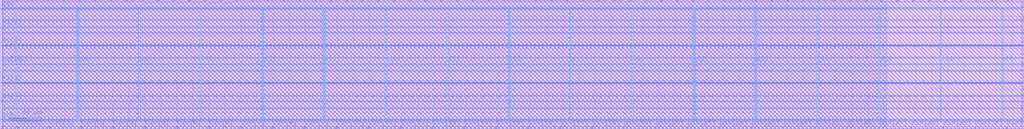
<source format=lef>
VERSION 5.7 ;
  NOWIREEXTENSIONATPIN ON ;
  DIVIDERCHAR "/" ;
  BUSBITCHARS "[]" ;
MACRO RAM32_1RW1R
  CLASS BLOCK ;
  FOREIGN RAM32_1RW1R ;
  ORIGIN 0.000 0.000 ;
  SIZE 1274.560 BY 160.720 ;
  PIN A0[0]
    DIRECTION INPUT ;
    USE SIGNAL ;
    PORT
      LAYER Metal3 ;
        RECT 1272.560 87.920 1274.560 88.480 ;
    END
  END A0[0]
  PIN A0[1]
    DIRECTION INPUT ;
    USE SIGNAL ;
    PORT
      LAYER Metal3 ;
        RECT 1272.560 103.600 1274.560 104.160 ;
    END
  END A0[1]
  PIN A0[2]
    DIRECTION INPUT ;
    USE SIGNAL ;
    PORT
      LAYER Metal3 ;
        RECT 1272.560 119.280 1274.560 119.840 ;
    END
  END A0[2]
  PIN A0[3]
    DIRECTION INPUT ;
    USE SIGNAL ;
    PORT
      LAYER Metal3 ;
        RECT 1272.560 134.960 1274.560 135.520 ;
    END
  END A0[3]
  PIN A0[4]
    DIRECTION INPUT ;
    USE SIGNAL ;
    PORT
      LAYER Metal3 ;
        RECT 1272.560 150.640 1274.560 151.200 ;
    END
  END A0[4]
  PIN A1[0]
    DIRECTION INPUT ;
    USE SIGNAL ;
    PORT
      LAYER Metal3 ;
        RECT 0.000 34.160 2.000 34.720 ;
    END
  END A1[0]
  PIN A1[1]
    DIRECTION INPUT ;
    USE SIGNAL ;
    PORT
      LAYER Metal3 ;
        RECT 0.000 57.120 2.000 57.680 ;
    END
  END A1[1]
  PIN A1[2]
    DIRECTION INPUT ;
    USE SIGNAL ;
    PORT
      LAYER Metal3 ;
        RECT 0.000 80.080 2.000 80.640 ;
    END
  END A1[2]
  PIN A1[3]
    DIRECTION INPUT ;
    USE SIGNAL ;
    PORT
      LAYER Metal3 ;
        RECT 0.000 103.040 2.000 103.600 ;
    END
  END A1[3]
  PIN A1[4]
    DIRECTION INPUT ;
    USE SIGNAL ;
    PORT
      LAYER Metal3 ;
        RECT 0.000 126.000 2.000 126.560 ;
    END
  END A1[4]
  PIN CLK
    DIRECTION INPUT ;
    USE SIGNAL ;
    PORT
      LAYER Metal3 ;
        RECT 0.000 11.200 2.000 11.760 ;
    END
  END CLK
  PIN Di0[0]
    DIRECTION INPUT ;
    USE SIGNAL ;
    PORT
      LAYER Metal2 ;
        RECT 20.720 0.000 21.280 2.000 ;
    END
  END Di0[0]
  PIN Di0[10]
    DIRECTION INPUT ;
    USE SIGNAL ;
    PORT
      LAYER Metal2 ;
        RECT 418.320 0.000 418.880 2.000 ;
    END
  END Di0[10]
  PIN Di0[11]
    DIRECTION INPUT ;
    USE SIGNAL ;
    PORT
      LAYER Metal2 ;
        RECT 458.080 0.000 458.640 2.000 ;
    END
  END Di0[11]
  PIN Di0[12]
    DIRECTION INPUT ;
    USE SIGNAL ;
    PORT
      LAYER Metal2 ;
        RECT 497.840 0.000 498.400 2.000 ;
    END
  END Di0[12]
  PIN Di0[13]
    DIRECTION INPUT ;
    USE SIGNAL ;
    PORT
      LAYER Metal2 ;
        RECT 537.600 0.000 538.160 2.000 ;
    END
  END Di0[13]
  PIN Di0[14]
    DIRECTION INPUT ;
    USE SIGNAL ;
    PORT
      LAYER Metal2 ;
        RECT 577.360 0.000 577.920 2.000 ;
    END
  END Di0[14]
  PIN Di0[15]
    DIRECTION INPUT ;
    USE SIGNAL ;
    PORT
      LAYER Metal2 ;
        RECT 617.120 0.000 617.680 2.000 ;
    END
  END Di0[15]
  PIN Di0[16]
    DIRECTION INPUT ;
    USE SIGNAL ;
    PORT
      LAYER Metal2 ;
        RECT 656.880 0.000 657.440 2.000 ;
    END
  END Di0[16]
  PIN Di0[17]
    DIRECTION INPUT ;
    USE SIGNAL ;
    PORT
      LAYER Metal2 ;
        RECT 696.640 0.000 697.200 2.000 ;
    END
  END Di0[17]
  PIN Di0[18]
    DIRECTION INPUT ;
    USE SIGNAL ;
    PORT
      LAYER Metal2 ;
        RECT 736.400 0.000 736.960 2.000 ;
    END
  END Di0[18]
  PIN Di0[19]
    DIRECTION INPUT ;
    USE SIGNAL ;
    PORT
      LAYER Metal2 ;
        RECT 776.160 0.000 776.720 2.000 ;
    END
  END Di0[19]
  PIN Di0[1]
    DIRECTION INPUT ;
    USE SIGNAL ;
    PORT
      LAYER Metal2 ;
        RECT 60.480 0.000 61.040 2.000 ;
    END
  END Di0[1]
  PIN Di0[20]
    DIRECTION INPUT ;
    USE SIGNAL ;
    PORT
      LAYER Metal2 ;
        RECT 815.920 0.000 816.480 2.000 ;
    END
  END Di0[20]
  PIN Di0[21]
    DIRECTION INPUT ;
    USE SIGNAL ;
    PORT
      LAYER Metal2 ;
        RECT 855.680 0.000 856.240 2.000 ;
    END
  END Di0[21]
  PIN Di0[22]
    DIRECTION INPUT ;
    USE SIGNAL ;
    PORT
      LAYER Metal2 ;
        RECT 895.440 0.000 896.000 2.000 ;
    END
  END Di0[22]
  PIN Di0[23]
    DIRECTION INPUT ;
    USE SIGNAL ;
    PORT
      LAYER Metal2 ;
        RECT 935.200 0.000 935.760 2.000 ;
    END
  END Di0[23]
  PIN Di0[24]
    DIRECTION INPUT ;
    USE SIGNAL ;
    PORT
      LAYER Metal2 ;
        RECT 974.960 0.000 975.520 2.000 ;
    END
  END Di0[24]
  PIN Di0[25]
    DIRECTION INPUT ;
    USE SIGNAL ;
    PORT
      LAYER Metal2 ;
        RECT 1014.720 0.000 1015.280 2.000 ;
    END
  END Di0[25]
  PIN Di0[26]
    DIRECTION INPUT ;
    USE SIGNAL ;
    PORT
      LAYER Metal2 ;
        RECT 1054.480 0.000 1055.040 2.000 ;
    END
  END Di0[26]
  PIN Di0[27]
    DIRECTION INPUT ;
    USE SIGNAL ;
    PORT
      LAYER Metal2 ;
        RECT 1094.240 0.000 1094.800 2.000 ;
    END
  END Di0[27]
  PIN Di0[28]
    DIRECTION INPUT ;
    USE SIGNAL ;
    PORT
      LAYER Metal2 ;
        RECT 1134.000 0.000 1134.560 2.000 ;
    END
  END Di0[28]
  PIN Di0[29]
    DIRECTION INPUT ;
    USE SIGNAL ;
    PORT
      LAYER Metal2 ;
        RECT 1173.760 0.000 1174.320 2.000 ;
    END
  END Di0[29]
  PIN Di0[2]
    DIRECTION INPUT ;
    USE SIGNAL ;
    PORT
      LAYER Metal2 ;
        RECT 100.240 0.000 100.800 2.000 ;
    END
  END Di0[2]
  PIN Di0[30]
    DIRECTION INPUT ;
    USE SIGNAL ;
    PORT
      LAYER Metal2 ;
        RECT 1213.520 0.000 1214.080 2.000 ;
    END
  END Di0[30]
  PIN Di0[31]
    DIRECTION INPUT ;
    USE SIGNAL ;
    PORT
      LAYER Metal2 ;
        RECT 1253.280 0.000 1253.840 2.000 ;
    END
  END Di0[31]
  PIN Di0[3]
    DIRECTION INPUT ;
    USE SIGNAL ;
    PORT
      LAYER Metal2 ;
        RECT 140.000 0.000 140.560 2.000 ;
    END
  END Di0[3]
  PIN Di0[4]
    DIRECTION INPUT ;
    USE SIGNAL ;
    PORT
      LAYER Metal2 ;
        RECT 179.760 0.000 180.320 2.000 ;
    END
  END Di0[4]
  PIN Di0[5]
    DIRECTION INPUT ;
    USE SIGNAL ;
    PORT
      LAYER Metal2 ;
        RECT 219.520 0.000 220.080 2.000 ;
    END
  END Di0[5]
  PIN Di0[6]
    DIRECTION INPUT ;
    USE SIGNAL ;
    PORT
      LAYER Metal2 ;
        RECT 259.280 0.000 259.840 2.000 ;
    END
  END Di0[6]
  PIN Di0[7]
    DIRECTION INPUT ;
    USE SIGNAL ;
    PORT
      LAYER Metal2 ;
        RECT 299.040 0.000 299.600 2.000 ;
    END
  END Di0[7]
  PIN Di0[8]
    DIRECTION INPUT ;
    USE SIGNAL ;
    PORT
      LAYER Metal2 ;
        RECT 338.800 0.000 339.360 2.000 ;
    END
  END Di0[8]
  PIN Di0[9]
    DIRECTION INPUT ;
    USE SIGNAL ;
    PORT
      LAYER Metal2 ;
        RECT 378.560 0.000 379.120 2.000 ;
    END
  END Di0[9]
  PIN Do0[0]
    DIRECTION OUTPUT TRISTATE ;
    USE SIGNAL ;
    PORT
      LAYER Metal2 ;
        RECT 19.600 158.720 20.160 160.720 ;
    END
  END Do0[0]
  PIN Do0[10]
    DIRECTION OUTPUT TRISTATE ;
    USE SIGNAL ;
    PORT
      LAYER Metal2 ;
        RECT 215.600 158.720 216.160 160.720 ;
    END
  END Do0[10]
  PIN Do0[11]
    DIRECTION OUTPUT TRISTATE ;
    USE SIGNAL ;
    PORT
      LAYER Metal2 ;
        RECT 254.800 158.720 255.360 160.720 ;
    END
  END Do0[11]
  PIN Do0[12]
    DIRECTION OUTPUT TRISTATE ;
    USE SIGNAL ;
    PORT
      LAYER Metal2 ;
        RECT 294.000 158.720 294.560 160.720 ;
    END
  END Do0[12]
  PIN Do0[13]
    DIRECTION OUTPUT TRISTATE ;
    USE SIGNAL ;
    PORT
      LAYER Metal2 ;
        RECT 333.200 158.720 333.760 160.720 ;
    END
  END Do0[13]
  PIN Do0[14]
    DIRECTION OUTPUT TRISTATE ;
    USE SIGNAL ;
    PORT
      LAYER Metal2 ;
        RECT 372.400 158.720 372.960 160.720 ;
    END
  END Do0[14]
  PIN Do0[15]
    DIRECTION OUTPUT TRISTATE ;
    USE SIGNAL ;
    PORT
      LAYER Metal2 ;
        RECT 411.600 158.720 412.160 160.720 ;
    END
  END Do0[15]
  PIN Do0[16]
    DIRECTION OUTPUT TRISTATE ;
    USE SIGNAL ;
    PORT
      LAYER Metal2 ;
        RECT 450.800 158.720 451.360 160.720 ;
    END
  END Do0[16]
  PIN Do0[17]
    DIRECTION OUTPUT TRISTATE ;
    USE SIGNAL ;
    PORT
      LAYER Metal2 ;
        RECT 490.000 158.720 490.560 160.720 ;
    END
  END Do0[17]
  PIN Do0[18]
    DIRECTION OUTPUT TRISTATE ;
    USE SIGNAL ;
    PORT
      LAYER Metal2 ;
        RECT 529.200 158.720 529.760 160.720 ;
    END
  END Do0[18]
  PIN Do0[19]
    DIRECTION OUTPUT TRISTATE ;
    USE SIGNAL ;
    PORT
      LAYER Metal2 ;
        RECT 568.400 158.720 568.960 160.720 ;
    END
  END Do0[19]
  PIN Do0[1]
    DIRECTION OUTPUT TRISTATE ;
    USE SIGNAL ;
    PORT
      LAYER Metal2 ;
        RECT 39.200 158.720 39.760 160.720 ;
    END
  END Do0[1]
  PIN Do0[20]
    DIRECTION OUTPUT TRISTATE ;
    USE SIGNAL ;
    PORT
      LAYER Metal2 ;
        RECT 607.600 158.720 608.160 160.720 ;
    END
  END Do0[20]
  PIN Do0[21]
    DIRECTION OUTPUT TRISTATE ;
    USE SIGNAL ;
    PORT
      LAYER Metal2 ;
        RECT 627.200 158.720 627.760 160.720 ;
    END
  END Do0[21]
  PIN Do0[22]
    DIRECTION OUTPUT TRISTATE ;
    USE SIGNAL ;
    PORT
      LAYER Metal2 ;
        RECT 646.800 158.720 647.360 160.720 ;
    END
  END Do0[22]
  PIN Do0[23]
    DIRECTION OUTPUT TRISTATE ;
    USE SIGNAL ;
    PORT
      LAYER Metal2 ;
        RECT 666.400 158.720 666.960 160.720 ;
    END
  END Do0[23]
  PIN Do0[24]
    DIRECTION OUTPUT TRISTATE ;
    USE SIGNAL ;
    PORT
      LAYER Metal2 ;
        RECT 686.000 158.720 686.560 160.720 ;
    END
  END Do0[24]
  PIN Do0[25]
    DIRECTION OUTPUT TRISTATE ;
    USE SIGNAL ;
    PORT
      LAYER Metal2 ;
        RECT 705.600 158.720 706.160 160.720 ;
    END
  END Do0[25]
  PIN Do0[26]
    DIRECTION OUTPUT TRISTATE ;
    USE SIGNAL ;
    PORT
      LAYER Metal2 ;
        RECT 725.200 158.720 725.760 160.720 ;
    END
  END Do0[26]
  PIN Do0[27]
    DIRECTION OUTPUT TRISTATE ;
    USE SIGNAL ;
    PORT
      LAYER Metal2 ;
        RECT 744.800 158.720 745.360 160.720 ;
    END
  END Do0[27]
  PIN Do0[28]
    DIRECTION OUTPUT TRISTATE ;
    USE SIGNAL ;
    PORT
      LAYER Metal2 ;
        RECT 764.400 158.720 764.960 160.720 ;
    END
  END Do0[28]
  PIN Do0[29]
    DIRECTION OUTPUT TRISTATE ;
    USE SIGNAL ;
    PORT
      LAYER Metal2 ;
        RECT 784.000 158.720 784.560 160.720 ;
    END
  END Do0[29]
  PIN Do0[2]
    DIRECTION OUTPUT TRISTATE ;
    USE SIGNAL ;
    PORT
      LAYER Metal2 ;
        RECT 58.800 158.720 59.360 160.720 ;
    END
  END Do0[2]
  PIN Do0[30]
    DIRECTION OUTPUT TRISTATE ;
    USE SIGNAL ;
    PORT
      LAYER Metal2 ;
        RECT 803.600 158.720 804.160 160.720 ;
    END
  END Do0[30]
  PIN Do0[31]
    DIRECTION OUTPUT TRISTATE ;
    USE SIGNAL ;
    PORT
      LAYER Metal2 ;
        RECT 823.200 158.720 823.760 160.720 ;
    END
  END Do0[31]
  PIN Do0[3]
    DIRECTION OUTPUT TRISTATE ;
    USE SIGNAL ;
    PORT
      LAYER Metal2 ;
        RECT 78.400 158.720 78.960 160.720 ;
    END
  END Do0[3]
  PIN Do0[4]
    DIRECTION OUTPUT TRISTATE ;
    USE SIGNAL ;
    PORT
      LAYER Metal2 ;
        RECT 98.000 158.720 98.560 160.720 ;
    END
  END Do0[4]
  PIN Do0[5]
    DIRECTION OUTPUT TRISTATE ;
    USE SIGNAL ;
    PORT
      LAYER Metal2 ;
        RECT 117.600 158.720 118.160 160.720 ;
    END
  END Do0[5]
  PIN Do0[6]
    DIRECTION OUTPUT TRISTATE ;
    USE SIGNAL ;
    PORT
      LAYER Metal2 ;
        RECT 137.200 158.720 137.760 160.720 ;
    END
  END Do0[6]
  PIN Do0[7]
    DIRECTION OUTPUT TRISTATE ;
    USE SIGNAL ;
    PORT
      LAYER Metal2 ;
        RECT 156.800 158.720 157.360 160.720 ;
    END
  END Do0[7]
  PIN Do0[8]
    DIRECTION OUTPUT TRISTATE ;
    USE SIGNAL ;
    PORT
      LAYER Metal2 ;
        RECT 176.400 158.720 176.960 160.720 ;
    END
  END Do0[8]
  PIN Do0[9]
    DIRECTION OUTPUT TRISTATE ;
    USE SIGNAL ;
    PORT
      LAYER Metal2 ;
        RECT 196.000 158.720 196.560 160.720 ;
    END
  END Do0[9]
  PIN Do1[0]
    DIRECTION OUTPUT TRISTATE ;
    USE SIGNAL ;
    PORT
      LAYER Metal2 ;
        RECT 235.200 158.720 235.760 160.720 ;
    END
  END Do1[0]
  PIN Do1[10]
    DIRECTION OUTPUT TRISTATE ;
    USE SIGNAL ;
    PORT
      LAYER Metal2 ;
        RECT 842.800 158.720 843.360 160.720 ;
    END
  END Do1[10]
  PIN Do1[11]
    DIRECTION OUTPUT TRISTATE ;
    USE SIGNAL ;
    PORT
      LAYER Metal2 ;
        RECT 862.400 158.720 862.960 160.720 ;
    END
  END Do1[11]
  PIN Do1[12]
    DIRECTION OUTPUT TRISTATE ;
    USE SIGNAL ;
    PORT
      LAYER Metal2 ;
        RECT 882.000 158.720 882.560 160.720 ;
    END
  END Do1[12]
  PIN Do1[13]
    DIRECTION OUTPUT TRISTATE ;
    USE SIGNAL ;
    PORT
      LAYER Metal2 ;
        RECT 901.600 158.720 902.160 160.720 ;
    END
  END Do1[13]
  PIN Do1[14]
    DIRECTION OUTPUT TRISTATE ;
    USE SIGNAL ;
    PORT
      LAYER Metal2 ;
        RECT 921.200 158.720 921.760 160.720 ;
    END
  END Do1[14]
  PIN Do1[15]
    DIRECTION OUTPUT TRISTATE ;
    USE SIGNAL ;
    PORT
      LAYER Metal2 ;
        RECT 940.800 158.720 941.360 160.720 ;
    END
  END Do1[15]
  PIN Do1[16]
    DIRECTION OUTPUT TRISTATE ;
    USE SIGNAL ;
    PORT
      LAYER Metal2 ;
        RECT 960.400 158.720 960.960 160.720 ;
    END
  END Do1[16]
  PIN Do1[17]
    DIRECTION OUTPUT TRISTATE ;
    USE SIGNAL ;
    PORT
      LAYER Metal2 ;
        RECT 980.000 158.720 980.560 160.720 ;
    END
  END Do1[17]
  PIN Do1[18]
    DIRECTION OUTPUT TRISTATE ;
    USE SIGNAL ;
    PORT
      LAYER Metal2 ;
        RECT 999.600 158.720 1000.160 160.720 ;
    END
  END Do1[18]
  PIN Do1[19]
    DIRECTION OUTPUT TRISTATE ;
    USE SIGNAL ;
    PORT
      LAYER Metal2 ;
        RECT 1019.200 158.720 1019.760 160.720 ;
    END
  END Do1[19]
  PIN Do1[1]
    DIRECTION OUTPUT TRISTATE ;
    USE SIGNAL ;
    PORT
      LAYER Metal2 ;
        RECT 274.400 158.720 274.960 160.720 ;
    END
  END Do1[1]
  PIN Do1[20]
    DIRECTION OUTPUT TRISTATE ;
    USE SIGNAL ;
    PORT
      LAYER Metal2 ;
        RECT 1038.800 158.720 1039.360 160.720 ;
    END
  END Do1[20]
  PIN Do1[21]
    DIRECTION OUTPUT TRISTATE ;
    USE SIGNAL ;
    PORT
      LAYER Metal2 ;
        RECT 1058.400 158.720 1058.960 160.720 ;
    END
  END Do1[21]
  PIN Do1[22]
    DIRECTION OUTPUT TRISTATE ;
    USE SIGNAL ;
    PORT
      LAYER Metal2 ;
        RECT 1078.000 158.720 1078.560 160.720 ;
    END
  END Do1[22]
  PIN Do1[23]
    DIRECTION OUTPUT TRISTATE ;
    USE SIGNAL ;
    PORT
      LAYER Metal2 ;
        RECT 1097.600 158.720 1098.160 160.720 ;
    END
  END Do1[23]
  PIN Do1[24]
    DIRECTION OUTPUT TRISTATE ;
    USE SIGNAL ;
    PORT
      LAYER Metal2 ;
        RECT 1117.200 158.720 1117.760 160.720 ;
    END
  END Do1[24]
  PIN Do1[25]
    DIRECTION OUTPUT TRISTATE ;
    USE SIGNAL ;
    PORT
      LAYER Metal2 ;
        RECT 1136.800 158.720 1137.360 160.720 ;
    END
  END Do1[25]
  PIN Do1[26]
    DIRECTION OUTPUT TRISTATE ;
    USE SIGNAL ;
    PORT
      LAYER Metal2 ;
        RECT 1156.400 158.720 1156.960 160.720 ;
    END
  END Do1[26]
  PIN Do1[27]
    DIRECTION OUTPUT TRISTATE ;
    USE SIGNAL ;
    PORT
      LAYER Metal2 ;
        RECT 1176.000 158.720 1176.560 160.720 ;
    END
  END Do1[27]
  PIN Do1[28]
    DIRECTION OUTPUT TRISTATE ;
    USE SIGNAL ;
    PORT
      LAYER Metal2 ;
        RECT 1195.600 158.720 1196.160 160.720 ;
    END
  END Do1[28]
  PIN Do1[29]
    DIRECTION OUTPUT TRISTATE ;
    USE SIGNAL ;
    PORT
      LAYER Metal2 ;
        RECT 1215.200 158.720 1215.760 160.720 ;
    END
  END Do1[29]
  PIN Do1[2]
    DIRECTION OUTPUT TRISTATE ;
    USE SIGNAL ;
    PORT
      LAYER Metal2 ;
        RECT 313.600 158.720 314.160 160.720 ;
    END
  END Do1[2]
  PIN Do1[30]
    DIRECTION OUTPUT TRISTATE ;
    USE SIGNAL ;
    PORT
      LAYER Metal2 ;
        RECT 1234.800 158.720 1235.360 160.720 ;
    END
  END Do1[30]
  PIN Do1[31]
    DIRECTION OUTPUT TRISTATE ;
    USE SIGNAL ;
    PORT
      LAYER Metal2 ;
        RECT 1254.400 158.720 1254.960 160.720 ;
    END
  END Do1[31]
  PIN Do1[3]
    DIRECTION OUTPUT TRISTATE ;
    USE SIGNAL ;
    PORT
      LAYER Metal2 ;
        RECT 352.800 158.720 353.360 160.720 ;
    END
  END Do1[3]
  PIN Do1[4]
    DIRECTION OUTPUT TRISTATE ;
    USE SIGNAL ;
    PORT
      LAYER Metal2 ;
        RECT 392.000 158.720 392.560 160.720 ;
    END
  END Do1[4]
  PIN Do1[5]
    DIRECTION OUTPUT TRISTATE ;
    USE SIGNAL ;
    PORT
      LAYER Metal2 ;
        RECT 431.200 158.720 431.760 160.720 ;
    END
  END Do1[5]
  PIN Do1[6]
    DIRECTION OUTPUT TRISTATE ;
    USE SIGNAL ;
    PORT
      LAYER Metal2 ;
        RECT 470.400 158.720 470.960 160.720 ;
    END
  END Do1[6]
  PIN Do1[7]
    DIRECTION OUTPUT TRISTATE ;
    USE SIGNAL ;
    PORT
      LAYER Metal2 ;
        RECT 509.600 158.720 510.160 160.720 ;
    END
  END Do1[7]
  PIN Do1[8]
    DIRECTION OUTPUT TRISTATE ;
    USE SIGNAL ;
    PORT
      LAYER Metal2 ;
        RECT 548.800 158.720 549.360 160.720 ;
    END
  END Do1[8]
  PIN Do1[9]
    DIRECTION OUTPUT TRISTATE ;
    USE SIGNAL ;
    PORT
      LAYER Metal2 ;
        RECT 588.000 158.720 588.560 160.720 ;
    END
  END Do1[9]
  PIN EN0
    DIRECTION INPUT ;
    USE SIGNAL ;
    PORT
      LAYER Metal3 ;
        RECT 1272.560 9.520 1274.560 10.080 ;
    END
  END EN0
  PIN EN1
    DIRECTION INPUT ;
    USE SIGNAL ;
    PORT
      LAYER Metal3 ;
        RECT 0.000 148.960 2.000 149.520 ;
    END
  END EN1
  PIN VDD
    DIRECTION INOUT ;
    USE POWER ;
    PORT
      LAYER Metal4 ;
        RECT 18.320 11.460 19.920 149.260 ;
    END
    PORT
      LAYER Metal4 ;
        RECT 171.920 11.460 173.520 149.260 ;
    END
    PORT
      LAYER Metal4 ;
        RECT 325.520 11.460 327.120 149.260 ;
    END
    PORT
      LAYER Metal4 ;
        RECT 479.120 11.460 480.720 149.260 ;
    END
    PORT
      LAYER Metal4 ;
        RECT 632.720 11.460 634.320 149.260 ;
    END
    PORT
      LAYER Metal4 ;
        RECT 786.320 11.460 787.920 149.260 ;
    END
    PORT
      LAYER Metal4 ;
        RECT 939.920 11.460 941.520 149.260 ;
    END
    PORT
      LAYER Metal4 ;
        RECT 1093.520 11.460 1095.120 149.260 ;
    END
    PORT
      LAYER Metal4 ;
        RECT 1247.120 11.460 1248.720 149.260 ;
    END
  END VDD
  PIN VSS
    DIRECTION INOUT ;
    USE GROUND ;
    PORT
      LAYER Metal4 ;
        RECT 95.120 11.460 96.720 149.260 ;
    END
    PORT
      LAYER Metal4 ;
        RECT 248.720 11.460 250.320 149.260 ;
    END
    PORT
      LAYER Metal4 ;
        RECT 402.320 11.460 403.920 149.260 ;
    END
    PORT
      LAYER Metal4 ;
        RECT 555.920 11.460 557.520 149.260 ;
    END
    PORT
      LAYER Metal4 ;
        RECT 709.520 11.460 711.120 149.260 ;
    END
    PORT
      LAYER Metal4 ;
        RECT 863.120 11.460 864.720 149.260 ;
    END
    PORT
      LAYER Metal4 ;
        RECT 1016.720 11.460 1018.320 149.260 ;
    END
    PORT
      LAYER Metal4 ;
        RECT 1170.320 11.460 1171.920 149.260 ;
    END
  END VSS
  PIN WE0[0]
    DIRECTION INPUT ;
    USE SIGNAL ;
    PORT
      LAYER Metal3 ;
        RECT 1272.560 25.200 1274.560 25.760 ;
    END
  END WE0[0]
  PIN WE0[1]
    DIRECTION INPUT ;
    USE SIGNAL ;
    PORT
      LAYER Metal3 ;
        RECT 1272.560 40.880 1274.560 41.440 ;
    END
  END WE0[1]
  PIN WE0[2]
    DIRECTION INPUT ;
    USE SIGNAL ;
    PORT
      LAYER Metal3 ;
        RECT 1272.560 56.560 1274.560 57.120 ;
    END
  END WE0[2]
  PIN WE0[3]
    DIRECTION INPUT ;
    USE SIGNAL ;
    PORT
      LAYER Metal3 ;
        RECT 1272.560 72.240 1274.560 72.800 ;
    END
  END WE0[3]
  OBS
      LAYER Metal1 ;
        RECT 2.330 0.150 1271.760 160.570 ;
      LAYER Metal2 ;
        RECT 0.140 158.420 19.300 160.630 ;
        RECT 20.460 158.420 38.900 160.630 ;
        RECT 40.060 158.420 58.500 160.630 ;
        RECT 59.660 158.420 78.100 160.630 ;
        RECT 79.260 158.420 97.700 160.630 ;
        RECT 98.860 158.420 117.300 160.630 ;
        RECT 118.460 158.420 136.900 160.630 ;
        RECT 138.060 158.420 156.500 160.630 ;
        RECT 157.660 158.420 176.100 160.630 ;
        RECT 177.260 158.420 195.700 160.630 ;
        RECT 196.860 158.420 215.300 160.630 ;
        RECT 216.460 158.420 234.900 160.630 ;
        RECT 236.060 158.420 254.500 160.630 ;
        RECT 255.660 158.420 274.100 160.630 ;
        RECT 275.260 158.420 293.700 160.630 ;
        RECT 294.860 158.420 313.300 160.630 ;
        RECT 314.460 158.420 332.900 160.630 ;
        RECT 334.060 158.420 352.500 160.630 ;
        RECT 353.660 158.420 372.100 160.630 ;
        RECT 373.260 158.420 391.700 160.630 ;
        RECT 392.860 158.420 411.300 160.630 ;
        RECT 412.460 158.420 430.900 160.630 ;
        RECT 432.060 158.420 450.500 160.630 ;
        RECT 451.660 158.420 470.100 160.630 ;
        RECT 471.260 158.420 489.700 160.630 ;
        RECT 490.860 158.420 509.300 160.630 ;
        RECT 510.460 158.420 528.900 160.630 ;
        RECT 530.060 158.420 548.500 160.630 ;
        RECT 549.660 158.420 568.100 160.630 ;
        RECT 569.260 158.420 587.700 160.630 ;
        RECT 588.860 158.420 607.300 160.630 ;
        RECT 608.460 158.420 626.900 160.630 ;
        RECT 628.060 158.420 646.500 160.630 ;
        RECT 647.660 158.420 666.100 160.630 ;
        RECT 667.260 158.420 685.700 160.630 ;
        RECT 686.860 158.420 705.300 160.630 ;
        RECT 706.460 158.420 724.900 160.630 ;
        RECT 726.060 158.420 744.500 160.630 ;
        RECT 745.660 158.420 764.100 160.630 ;
        RECT 765.260 158.420 783.700 160.630 ;
        RECT 784.860 158.420 803.300 160.630 ;
        RECT 804.460 158.420 822.900 160.630 ;
        RECT 824.060 158.420 842.500 160.630 ;
        RECT 843.660 158.420 862.100 160.630 ;
        RECT 863.260 158.420 881.700 160.630 ;
        RECT 882.860 158.420 901.300 160.630 ;
        RECT 902.460 158.420 920.900 160.630 ;
        RECT 922.060 158.420 940.500 160.630 ;
        RECT 941.660 158.420 960.100 160.630 ;
        RECT 961.260 158.420 979.700 160.630 ;
        RECT 980.860 158.420 999.300 160.630 ;
        RECT 1000.460 158.420 1018.900 160.630 ;
        RECT 1020.060 158.420 1038.500 160.630 ;
        RECT 1039.660 158.420 1058.100 160.630 ;
        RECT 1059.260 158.420 1077.700 160.630 ;
        RECT 1078.860 158.420 1097.300 160.630 ;
        RECT 1098.460 158.420 1116.900 160.630 ;
        RECT 1118.060 158.420 1136.500 160.630 ;
        RECT 1137.660 158.420 1156.100 160.630 ;
        RECT 1157.260 158.420 1175.700 160.630 ;
        RECT 1176.860 158.420 1195.300 160.630 ;
        RECT 1196.460 158.420 1214.900 160.630 ;
        RECT 1216.060 158.420 1234.500 160.630 ;
        RECT 1235.660 158.420 1254.100 160.630 ;
        RECT 1255.260 158.420 1273.300 160.630 ;
        RECT 0.140 2.300 1273.300 158.420 ;
        RECT 0.140 0.090 20.420 2.300 ;
        RECT 21.580 0.090 60.180 2.300 ;
        RECT 61.340 0.090 99.940 2.300 ;
        RECT 101.100 0.090 139.700 2.300 ;
        RECT 140.860 0.090 179.460 2.300 ;
        RECT 180.620 0.090 219.220 2.300 ;
        RECT 220.380 0.090 258.980 2.300 ;
        RECT 260.140 0.090 298.740 2.300 ;
        RECT 299.900 0.090 338.500 2.300 ;
        RECT 339.660 0.090 378.260 2.300 ;
        RECT 379.420 0.090 418.020 2.300 ;
        RECT 419.180 0.090 457.780 2.300 ;
        RECT 458.940 0.090 497.540 2.300 ;
        RECT 498.700 0.090 537.300 2.300 ;
        RECT 538.460 0.090 577.060 2.300 ;
        RECT 578.220 0.090 616.820 2.300 ;
        RECT 617.980 0.090 656.580 2.300 ;
        RECT 657.740 0.090 696.340 2.300 ;
        RECT 697.500 0.090 736.100 2.300 ;
        RECT 737.260 0.090 775.860 2.300 ;
        RECT 777.020 0.090 815.620 2.300 ;
        RECT 816.780 0.090 855.380 2.300 ;
        RECT 856.540 0.090 895.140 2.300 ;
        RECT 896.300 0.090 934.900 2.300 ;
        RECT 936.060 0.090 974.660 2.300 ;
        RECT 975.820 0.090 1014.420 2.300 ;
        RECT 1015.580 0.090 1054.180 2.300 ;
        RECT 1055.340 0.090 1093.940 2.300 ;
        RECT 1095.100 0.090 1133.700 2.300 ;
        RECT 1134.860 0.090 1173.460 2.300 ;
        RECT 1174.620 0.090 1213.220 2.300 ;
        RECT 1214.380 0.090 1252.980 2.300 ;
        RECT 1254.140 0.090 1273.300 2.300 ;
      LAYER Metal3 ;
        RECT 1.770 151.500 1273.350 160.580 ;
        RECT 1.770 150.340 1272.260 151.500 ;
        RECT 1.770 149.820 1273.350 150.340 ;
        RECT 2.300 148.660 1273.350 149.820 ;
        RECT 1.770 135.820 1273.350 148.660 ;
        RECT 1.770 134.660 1272.260 135.820 ;
        RECT 1.770 126.860 1273.350 134.660 ;
        RECT 2.300 125.700 1273.350 126.860 ;
        RECT 1.770 120.140 1273.350 125.700 ;
        RECT 1.770 118.980 1272.260 120.140 ;
        RECT 1.770 104.460 1273.350 118.980 ;
        RECT 1.770 103.900 1272.260 104.460 ;
        RECT 2.300 103.300 1272.260 103.900 ;
        RECT 2.300 102.740 1273.350 103.300 ;
        RECT 1.770 88.780 1273.350 102.740 ;
        RECT 1.770 87.620 1272.260 88.780 ;
        RECT 1.770 80.940 1273.350 87.620 ;
        RECT 2.300 79.780 1273.350 80.940 ;
        RECT 1.770 73.100 1273.350 79.780 ;
        RECT 1.770 71.940 1272.260 73.100 ;
        RECT 1.770 57.980 1273.350 71.940 ;
        RECT 2.300 57.420 1273.350 57.980 ;
        RECT 2.300 56.820 1272.260 57.420 ;
        RECT 1.770 56.260 1272.260 56.820 ;
        RECT 1.770 41.740 1273.350 56.260 ;
        RECT 1.770 40.580 1272.260 41.740 ;
        RECT 1.770 35.020 1273.350 40.580 ;
        RECT 2.300 33.860 1273.350 35.020 ;
        RECT 1.770 26.060 1273.350 33.860 ;
        RECT 1.770 24.900 1272.260 26.060 ;
        RECT 1.770 12.060 1273.350 24.900 ;
        RECT 2.300 10.900 1273.350 12.060 ;
        RECT 1.770 10.380 1273.350 10.900 ;
        RECT 1.770 9.220 1272.260 10.380 ;
        RECT 1.770 0.140 1273.350 9.220 ;
      LAYER Metal4 ;
        RECT 3.500 149.560 1103.620 160.630 ;
        RECT 3.500 11.160 18.020 149.560 ;
        RECT 20.220 11.160 94.820 149.560 ;
        RECT 97.020 11.160 171.620 149.560 ;
        RECT 173.820 11.160 248.420 149.560 ;
        RECT 250.620 11.160 325.220 149.560 ;
        RECT 327.420 11.160 402.020 149.560 ;
        RECT 404.220 11.160 478.820 149.560 ;
        RECT 481.020 11.160 555.620 149.560 ;
        RECT 557.820 11.160 632.420 149.560 ;
        RECT 634.620 11.160 709.220 149.560 ;
        RECT 711.420 11.160 786.020 149.560 ;
        RECT 788.220 11.160 862.820 149.560 ;
        RECT 865.020 11.160 939.620 149.560 ;
        RECT 941.820 11.160 1016.420 149.560 ;
        RECT 1018.620 11.160 1093.220 149.560 ;
        RECT 1095.420 11.160 1103.620 149.560 ;
        RECT 3.500 0.090 1103.620 11.160 ;
  END
END RAM32_1RW1R
END LIBRARY


</source>
